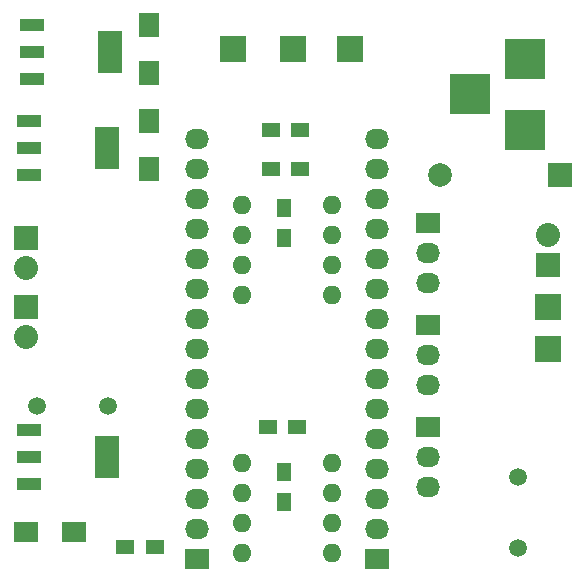
<source format=gbs>
G04 #@! TF.FileFunction,Soldermask,Bot*
%FSLAX46Y46*%
G04 Gerber Fmt 4.6, Leading zero omitted, Abs format (unit mm)*
G04 Created by KiCad (PCBNEW 4.0.4-stable) date 10/08/16 21:13:53*
%MOMM*%
%LPD*%
G01*
G04 APERTURE LIST*
%ADD10C,0.152400*%
%ADD11R,1.250000X1.500000*%
%ADD12R,1.500000X1.250000*%
%ADD13C,1.998980*%
%ADD14R,1.998980X1.998980*%
%ADD15R,3.500120X3.500120*%
%ADD16R,2.032000X1.727200*%
%ADD17O,2.032000X1.727200*%
%ADD18R,2.032000X2.032000*%
%ADD19O,2.032000X2.032000*%
%ADD20R,2.235200X2.235200*%
%ADD21R,1.700000X2.000000*%
%ADD22R,2.000000X1.700000*%
%ADD23O,1.600000X1.600000*%
%ADD24R,2.032000X3.657600*%
%ADD25R,2.032000X1.016000*%
%ADD26C,1.500000*%
G04 APERTURE END LIST*
D10*
D11*
X135128000Y-82062000D03*
X135128000Y-84562000D03*
X135128000Y-104414000D03*
X135128000Y-106914000D03*
D12*
X136251000Y-100584000D03*
X133751000Y-100584000D03*
X136505000Y-75438000D03*
X134005000Y-75438000D03*
X121686000Y-110744000D03*
X124186000Y-110744000D03*
X134005000Y-78740000D03*
X136505000Y-78740000D03*
D13*
X148336000Y-79250540D03*
D14*
X158496000Y-79250540D03*
D15*
X155575000Y-75415140D03*
X155575000Y-69415660D03*
X150876000Y-72415400D03*
D16*
X147320000Y-91948000D03*
D17*
X147320000Y-94488000D03*
X147320000Y-97028000D03*
D16*
X147320000Y-100584000D03*
D17*
X147320000Y-103124000D03*
X147320000Y-105664000D03*
D16*
X147320000Y-83312000D03*
D17*
X147320000Y-85852000D03*
X147320000Y-88392000D03*
D18*
X113284000Y-84582000D03*
D19*
X113284000Y-87122000D03*
D18*
X113284000Y-90424000D03*
D19*
X113284000Y-92964000D03*
D20*
X157480000Y-90424000D03*
D18*
X157480000Y-86868000D03*
D19*
X157480000Y-84328000D03*
D21*
X123698000Y-70580000D03*
X123698000Y-66580000D03*
X123698000Y-78708000D03*
X123698000Y-74708000D03*
D22*
X117316000Y-109474000D03*
X113316000Y-109474000D03*
D20*
X130810000Y-68580000D03*
X135890000Y-68580000D03*
X140716000Y-68580000D03*
X157480000Y-93980000D03*
D23*
X131572000Y-103632000D03*
X131572000Y-106172000D03*
X131572000Y-108712000D03*
X131572000Y-111252000D03*
X139192000Y-111252000D03*
X139192000Y-108712000D03*
X139192000Y-106172000D03*
X139192000Y-103632000D03*
X131572000Y-81788000D03*
X131572000Y-84328000D03*
X131572000Y-86868000D03*
X131572000Y-89408000D03*
X139192000Y-89408000D03*
X139192000Y-86868000D03*
X139192000Y-84328000D03*
X139192000Y-81788000D03*
D16*
X127762000Y-111760000D03*
D17*
X127762000Y-109220000D03*
X127762000Y-106680000D03*
X127762000Y-104140000D03*
X127762000Y-101600000D03*
X127762000Y-99060000D03*
X127762000Y-96520000D03*
X127762000Y-93980000D03*
X127762000Y-91440000D03*
X127762000Y-88900000D03*
X127762000Y-86360000D03*
X127762000Y-83820000D03*
X127762000Y-81280000D03*
X127762000Y-78740000D03*
X127762000Y-76200000D03*
D16*
X143002000Y-111760000D03*
D17*
X143002000Y-109220000D03*
X143002000Y-106680000D03*
X143002000Y-104140000D03*
X143002000Y-101600000D03*
X143002000Y-99060000D03*
X143002000Y-96520000D03*
X143002000Y-93980000D03*
X143002000Y-91440000D03*
X143002000Y-88900000D03*
X143002000Y-86360000D03*
X143002000Y-83820000D03*
X143002000Y-81280000D03*
X143002000Y-78740000D03*
X143002000Y-76200000D03*
D24*
X120396000Y-68834000D03*
D25*
X113792000Y-68834000D03*
X113792000Y-66548000D03*
X113792000Y-71120000D03*
D24*
X120142000Y-76962000D03*
D25*
X113538000Y-76962000D03*
X113538000Y-74676000D03*
X113538000Y-79248000D03*
D24*
X120142000Y-103124000D03*
D25*
X113538000Y-103124000D03*
X113538000Y-100838000D03*
X113538000Y-105410000D03*
D26*
X114236000Y-98846000D03*
X120236000Y-98846000D03*
X154980000Y-110808000D03*
X154980000Y-104808000D03*
M02*

</source>
